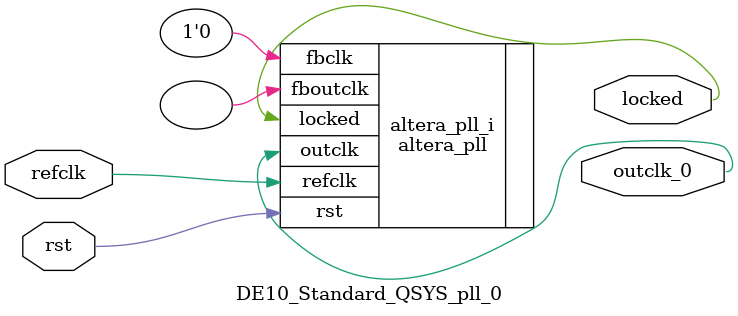
<source format=v>
`timescale 1ns/10ps
module  DE10_Standard_QSYS_pll_0(

	// interface 'refclk'
	input wire refclk,

	// interface 'reset'
	input wire rst,

	// interface 'outclk0'
	output wire outclk_0,

	// interface 'locked'
	output wire locked
);

	altera_pll #(
		.fractional_vco_multiplier("false"),
		.reference_clock_frequency("50.0 MHz"),
		.operation_mode("direct"),
		.number_of_clocks(1),
		.output_clock_frequency0("25.175644 MHz"),
		.phase_shift0("0 ps"),
		.duty_cycle0(50),
		.output_clock_frequency1("0 MHz"),
		.phase_shift1("0 ps"),
		.duty_cycle1(50),
		.output_clock_frequency2("0 MHz"),
		.phase_shift2("0 ps"),
		.duty_cycle2(50),
		.output_clock_frequency3("0 MHz"),
		.phase_shift3("0 ps"),
		.duty_cycle3(50),
		.output_clock_frequency4("0 MHz"),
		.phase_shift4("0 ps"),
		.duty_cycle4(50),
		.output_clock_frequency5("0 MHz"),
		.phase_shift5("0 ps"),
		.duty_cycle5(50),
		.output_clock_frequency6("0 MHz"),
		.phase_shift6("0 ps"),
		.duty_cycle6(50),
		.output_clock_frequency7("0 MHz"),
		.phase_shift7("0 ps"),
		.duty_cycle7(50),
		.output_clock_frequency8("0 MHz"),
		.phase_shift8("0 ps"),
		.duty_cycle8(50),
		.output_clock_frequency9("0 MHz"),
		.phase_shift9("0 ps"),
		.duty_cycle9(50),
		.output_clock_frequency10("0 MHz"),
		.phase_shift10("0 ps"),
		.duty_cycle10(50),
		.output_clock_frequency11("0 MHz"),
		.phase_shift11("0 ps"),
		.duty_cycle11(50),
		.output_clock_frequency12("0 MHz"),
		.phase_shift12("0 ps"),
		.duty_cycle12(50),
		.output_clock_frequency13("0 MHz"),
		.phase_shift13("0 ps"),
		.duty_cycle13(50),
		.output_clock_frequency14("0 MHz"),
		.phase_shift14("0 ps"),
		.duty_cycle14(50),
		.output_clock_frequency15("0 MHz"),
		.phase_shift15("0 ps"),
		.duty_cycle15(50),
		.output_clock_frequency16("0 MHz"),
		.phase_shift16("0 ps"),
		.duty_cycle16(50),
		.output_clock_frequency17("0 MHz"),
		.phase_shift17("0 ps"),
		.duty_cycle17(50),
		.pll_type("General"),
		.pll_subtype("General")
	) altera_pll_i (
		.rst	(rst),
		.outclk	({outclk_0}),
		.locked	(locked),
		.fboutclk	( ),
		.fbclk	(1'b0),
		.refclk	(refclk)
	);
endmodule


</source>
